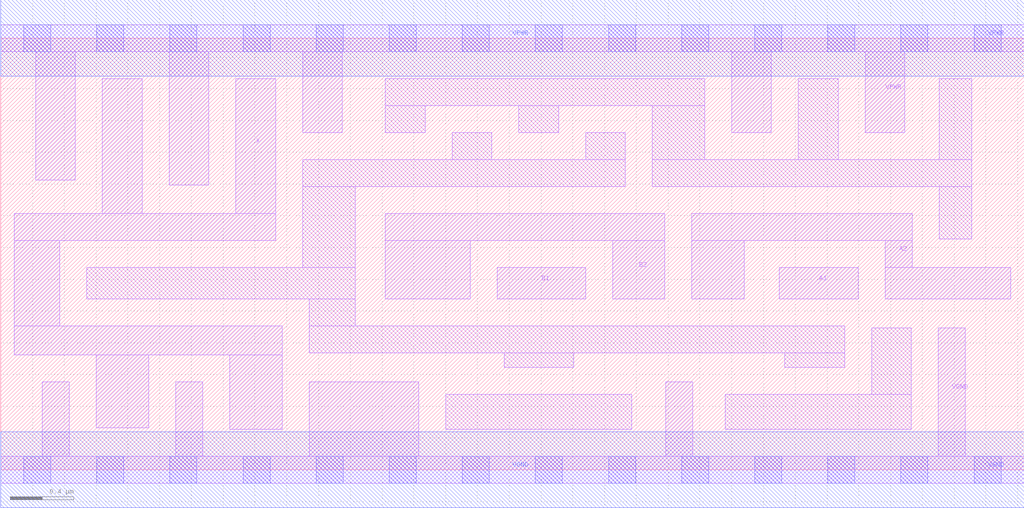
<source format=lef>
# Copyright 2020 The SkyWater PDK Authors
#
# Licensed under the Apache License, Version 2.0 (the "License");
# you may not use this file except in compliance with the License.
# You may obtain a copy of the License at
#
#     https://www.apache.org/licenses/LICENSE-2.0
#
# Unless required by applicable law or agreed to in writing, software
# distributed under the License is distributed on an "AS IS" BASIS,
# WITHOUT WARRANTIES OR CONDITIONS OF ANY KIND, either express or implied.
# See the License for the specific language governing permissions and
# limitations under the License.
#
# SPDX-License-Identifier: Apache-2.0

VERSION 5.7 ;
  NAMESCASESENSITIVE ON ;
  NOWIREEXTENSIONATPIN ON ;
  DIVIDERCHAR "/" ;
  BUSBITCHARS "[]" ;
UNITS
  DATABASE MICRONS 200 ;
END UNITS
MACRO sky130_fd_sc_hd__a22o_4
  CLASS CORE ;
  SOURCE USER ;
  FOREIGN sky130_fd_sc_hd__a22o_4 ;
  ORIGIN  0.000000  0.000000 ;
  SIZE  6.440000 BY  2.720000 ;
  SYMMETRY X Y R90 ;
  SITE unithd ;
  PIN A1
    ANTENNAGATEAREA  0.495000 ;
    DIRECTION INPUT ;
    USE SIGNAL ;
    PORT
      LAYER li1 ;
        RECT 4.900000 1.075000 5.395000 1.275000 ;
    END
  END A1
  PIN A2
    ANTENNAGATEAREA  0.495000 ;
    DIRECTION INPUT ;
    USE SIGNAL ;
    PORT
      LAYER li1 ;
        RECT 4.350000 1.075000 4.680000 1.445000 ;
        RECT 4.350000 1.445000 5.735000 1.615000 ;
        RECT 5.565000 1.075000 6.355000 1.275000 ;
        RECT 5.565000 1.275000 5.735000 1.445000 ;
    END
  END A2
  PIN B1
    ANTENNAGATEAREA  0.495000 ;
    DIRECTION INPUT ;
    USE SIGNAL ;
    PORT
      LAYER li1 ;
        RECT 3.125000 1.075000 3.680000 1.275000 ;
    END
  END B1
  PIN B2
    ANTENNAGATEAREA  0.495000 ;
    DIRECTION INPUT ;
    USE SIGNAL ;
    PORT
      LAYER li1 ;
        RECT 2.420000 1.075000 2.955000 1.445000 ;
        RECT 2.420000 1.445000 4.180000 1.615000 ;
        RECT 3.850000 1.075000 4.180000 1.445000 ;
    END
  END B2
  PIN X
    ANTENNADIFFAREA  0.891000 ;
    DIRECTION OUTPUT ;
    USE SIGNAL ;
    PORT
      LAYER li1 ;
        RECT 0.085000 0.725000 1.770000 0.905000 ;
        RECT 0.085000 0.905000 0.370000 1.445000 ;
        RECT 0.085000 1.445000 1.730000 1.615000 ;
        RECT 0.600000 0.265000 0.930000 0.725000 ;
        RECT 0.640000 1.615000 0.890000 2.465000 ;
        RECT 1.440000 0.255000 1.770000 0.725000 ;
        RECT 1.480000 1.615000 1.730000 2.465000 ;
    END
  END X
  PIN VGND
    DIRECTION INOUT ;
    SHAPE ABUTMENT ;
    USE GROUND ;
    PORT
      LAYER li1 ;
        RECT 0.000000 -0.085000 6.440000 0.085000 ;
        RECT 0.260000  0.085000 0.430000 0.555000 ;
        RECT 1.100000  0.085000 1.270000 0.555000 ;
        RECT 1.940000  0.085000 2.630000 0.555000 ;
        RECT 4.185000  0.085000 4.355000 0.555000 ;
        RECT 5.900000  0.085000 6.070000 0.895000 ;
      LAYER mcon ;
        RECT 0.145000 -0.085000 0.315000 0.085000 ;
        RECT 0.605000 -0.085000 0.775000 0.085000 ;
        RECT 1.065000 -0.085000 1.235000 0.085000 ;
        RECT 1.525000 -0.085000 1.695000 0.085000 ;
        RECT 1.985000 -0.085000 2.155000 0.085000 ;
        RECT 2.445000 -0.085000 2.615000 0.085000 ;
        RECT 2.905000 -0.085000 3.075000 0.085000 ;
        RECT 3.365000 -0.085000 3.535000 0.085000 ;
        RECT 3.825000 -0.085000 3.995000 0.085000 ;
        RECT 4.285000 -0.085000 4.455000 0.085000 ;
        RECT 4.745000 -0.085000 4.915000 0.085000 ;
        RECT 5.205000 -0.085000 5.375000 0.085000 ;
        RECT 5.665000 -0.085000 5.835000 0.085000 ;
        RECT 6.125000 -0.085000 6.295000 0.085000 ;
      LAYER met1 ;
        RECT 0.000000 -0.240000 6.440000 0.240000 ;
    END
  END VGND
  PIN VPWR
    DIRECTION INOUT ;
    SHAPE ABUTMENT ;
    USE POWER ;
    PORT
      LAYER li1 ;
        RECT 0.000000 2.635000 6.440000 2.805000 ;
        RECT 0.220000 1.825000 0.470000 2.635000 ;
        RECT 1.060000 1.795000 1.310000 2.635000 ;
        RECT 1.900000 2.125000 2.150000 2.635000 ;
        RECT 4.600000 2.125000 4.850000 2.635000 ;
        RECT 5.440000 2.125000 5.690000 2.635000 ;
      LAYER mcon ;
        RECT 0.145000 2.635000 0.315000 2.805000 ;
        RECT 0.605000 2.635000 0.775000 2.805000 ;
        RECT 1.065000 2.635000 1.235000 2.805000 ;
        RECT 1.525000 2.635000 1.695000 2.805000 ;
        RECT 1.985000 2.635000 2.155000 2.805000 ;
        RECT 2.445000 2.635000 2.615000 2.805000 ;
        RECT 2.905000 2.635000 3.075000 2.805000 ;
        RECT 3.365000 2.635000 3.535000 2.805000 ;
        RECT 3.825000 2.635000 3.995000 2.805000 ;
        RECT 4.285000 2.635000 4.455000 2.805000 ;
        RECT 4.745000 2.635000 4.915000 2.805000 ;
        RECT 5.205000 2.635000 5.375000 2.805000 ;
        RECT 5.665000 2.635000 5.835000 2.805000 ;
        RECT 6.125000 2.635000 6.295000 2.805000 ;
      LAYER met1 ;
        RECT 0.000000 2.480000 6.440000 2.960000 ;
    END
  END VPWR
  OBS
    LAYER li1 ;
      RECT 0.540000 1.075000 2.230000 1.275000 ;
      RECT 1.900000 1.275000 2.230000 1.785000 ;
      RECT 1.900000 1.785000 3.930000 1.955000 ;
      RECT 1.940000 0.735000 5.310000 0.905000 ;
      RECT 1.940000 0.905000 2.230000 1.075000 ;
      RECT 2.420000 2.125000 2.670000 2.295000 ;
      RECT 2.420000 2.295000 4.430000 2.465000 ;
      RECT 2.800000 0.255000 3.970000 0.475000 ;
      RECT 2.840000 1.955000 3.090000 2.125000 ;
      RECT 3.170000 0.645000 3.605000 0.735000 ;
      RECT 3.260000 2.125000 3.510000 2.295000 ;
      RECT 3.680000 1.955000 3.930000 2.125000 ;
      RECT 4.100000 1.785000 6.110000 1.955000 ;
      RECT 4.100000 1.955000 4.430000 2.295000 ;
      RECT 4.560000 0.255000 5.730000 0.475000 ;
      RECT 4.935000 0.645000 5.310000 0.735000 ;
      RECT 5.020000 1.955000 5.270000 2.465000 ;
      RECT 5.480000 0.475000 5.730000 0.895000 ;
      RECT 5.905000 1.455000 6.110000 1.785000 ;
      RECT 5.905000 1.955000 6.110000 2.465000 ;
  END
END sky130_fd_sc_hd__a22o_4

</source>
